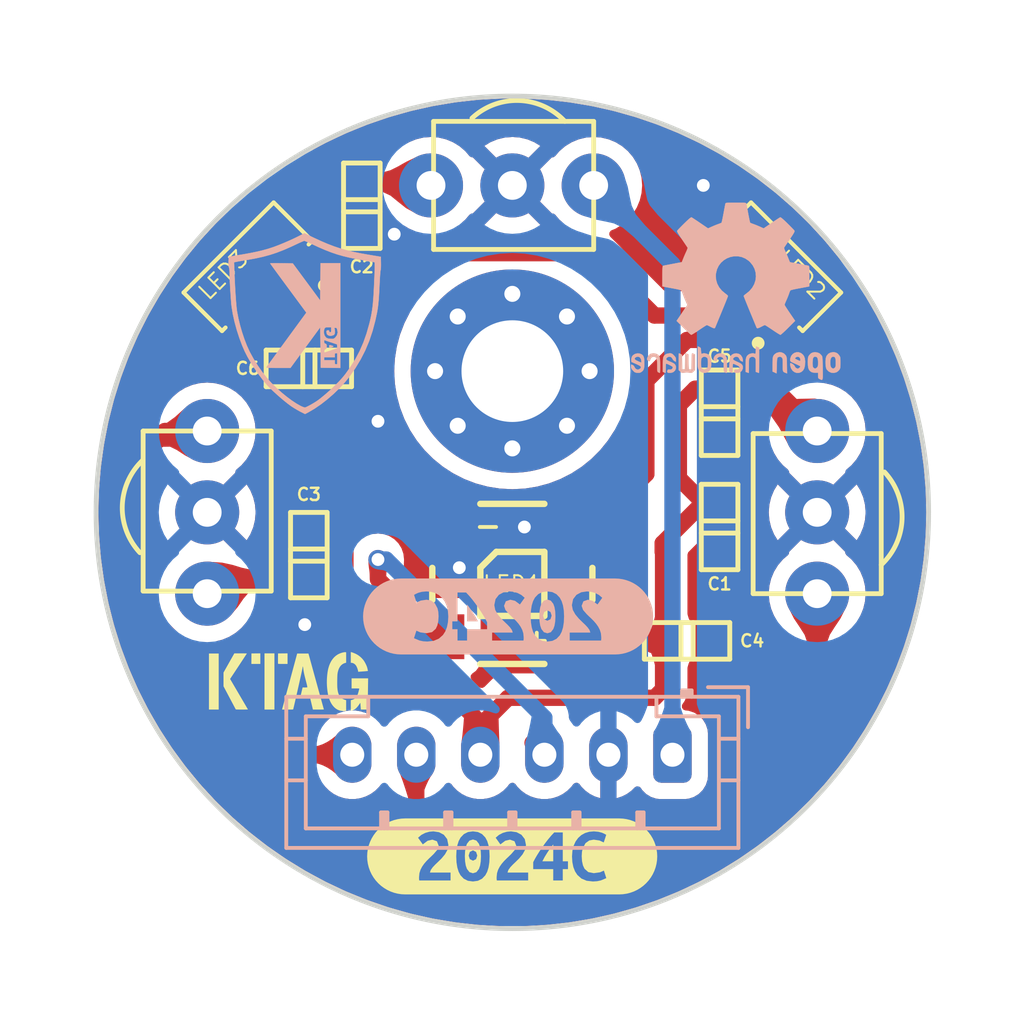
<source format=kicad_pcb>
(kicad_pcb
	(version 20241229)
	(generator "pcbnew")
	(generator_version "9.0")
	(general
		(thickness 1.6)
		(legacy_teardrops no)
	)
	(paper "USLetter")
	(title_block
		(title "KTag 2024C Receiver \"Light Brigade\"")
		(date "2024-09-01")
		(rev "2")
		(company "Club K")
		(comment 1 "Dubuque               Iowa               United States of America")
		(comment 3 "Copyright © 2024 Joseph P. Kearney")
	)
	(layers
		(0 "F.Cu" signal)
		(2 "B.Cu" signal)
		(9 "F.Adhes" user "F.Adhesive")
		(11 "B.Adhes" user "B.Adhesive")
		(13 "F.Paste" user)
		(15 "B.Paste" user)
		(5 "F.SilkS" user "F.Silkscreen")
		(7 "B.SilkS" user "B.Silkscreen")
		(1 "F.Mask" user)
		(3 "B.Mask" user)
		(17 "Dwgs.User" user "User.Drawings")
		(19 "Cmts.User" user "User.Comments")
		(21 "Eco1.User" user "User.Eco1")
		(23 "Eco2.User" user "User.Eco2")
		(25 "Edge.Cuts" user)
		(27 "Margin" user)
		(31 "F.CrtYd" user "F.Courtyard")
		(29 "B.CrtYd" user "B.Courtyard")
		(35 "F.Fab" user)
		(33 "B.Fab" user)
	)
	(setup
		(stackup
			(layer "F.SilkS"
				(type "Top Silk Screen")
			)
			(layer "F.Paste"
				(type "Top Solder Paste")
			)
			(layer "F.Mask"
				(type "Top Solder Mask")
				(thickness 0.01)
			)
			(layer "F.Cu"
				(type "copper")
				(thickness 0.035)
			)
			(layer "dielectric 1"
				(type "core")
				(thickness 1.51)
				(material "FR4")
				(epsilon_r 4.5)
				(loss_tangent 0.02)
			)
			(layer "B.Cu"
				(type "copper")
				(thickness 0.035)
			)
			(layer "B.Mask"
				(type "Bottom Solder Mask")
				(thickness 0.01)
			)
			(layer "B.Paste"
				(type "Bottom Solder Paste")
			)
			(layer "B.SilkS"
				(type "Bottom Silk Screen")
			)
			(copper_finish "None")
			(dielectric_constraints no)
		)
		(pad_to_mask_clearance 0)
		(allow_soldermask_bridges_in_footprints no)
		(tenting front back)
		(pcbplotparams
			(layerselection 0x00000000_00000000_55555555_575555ff)
			(plot_on_all_layers_selection 0x00000000_00000000_00000000_00000000)
			(disableapertmacros no)
			(usegerberextensions no)
			(usegerberattributes no)
			(usegerberadvancedattributes no)
			(creategerberjobfile no)
			(dashed_line_dash_ratio 12.000000)
			(dashed_line_gap_ratio 3.000000)
			(svgprecision 6)
			(plotframeref no)
			(mode 1)
			(useauxorigin no)
			(hpglpennumber 1)
			(hpglpenspeed 20)
			(hpglpendiameter 15.000000)
			(pdf_front_fp_property_popups yes)
			(pdf_back_fp_property_popups yes)
			(pdf_metadata yes)
			(pdf_single_document no)
			(dxfpolygonmode yes)
			(dxfimperialunits yes)
			(dxfusepcbnewfont yes)
			(psnegative no)
			(psa4output no)
			(plot_black_and_white yes)
			(sketchpadsonfab no)
			(plotpadnumbers no)
			(hidednponfab no)
			(sketchdnponfab yes)
			(crossoutdnponfab yes)
			(subtractmaskfromsilk yes)
			(outputformat 1)
			(mirror no)
			(drillshape 0)
			(scaleselection 1)
			(outputdirectory "Gerbers")
		)
	)
	(net 0 "")
	(net 1 "GND")
	(net 2 "+5V")
	(net 3 "IR_Rx_Forward")
	(net 4 "IR_Rx_Right")
	(net 5 "IR_Rx_Left")
	(net 6 "NeoPixel")
	(net 7 "Net-(LED1-DOUT)")
	(net 8 "Net-(LED2-DOUT)")
	(net 9 "unconnected-(LED3-DOUT-Pad3)")
	(footprint "KTag:WS2812B" (layer "F.Cu") (at 131.45 88.645 180))
	(footprint "KTag:KTag_Stencil_Tiny" (layer "F.Cu") (at 124.46 91.694))
	(footprint "KTag:C_0603" (layer "F.Cu") (at 137.922 86.868 -90))
	(footprint "KTag:C_0603" (layer "F.Cu") (at 126.75 76.835 -90))
	(footprint "KTag:C_0603" (layer "F.Cu") (at 125.095 87.745 90))
	(footprint "KTag:C_0603" (layer "F.Cu") (at 136.906 90.424))
	(footprint "KTag:TSOP34438" (layer "F.Cu") (at 121.92 86.41 -90))
	(footprint "KTag:TSOP34438" (layer "F.Cu") (at 140.97 86.41 90))
	(footprint "KTag:TSOP34438" (layer "F.Cu") (at 131.45 76.2 180))
	(footprint "kibuzzard-668B2F17" (layer "F.Cu") (at 131.445 97.155))
	(footprint "KTag:WS2812B-4020" (layer "F.Cu") (at 139.71 78.74 -45))
	(footprint "KTag:WS2812B-4020" (layer "F.Cu") (at 123.19 78.74 45))
	(footprint "KTag:C_0603" (layer "F.Cu") (at 137.922 83.3 -90))
	(footprint "KTag:C_0603" (layer "F.Cu") (at 125.095 81.915 180))
	(footprint "KTag:KTag Logo Front Silk Tiny" (layer "B.Cu") (at 124.968 80.518 180))
	(footprint "KTag:MTG_No4" (layer "B.Cu") (at 131.45 82))
	(footprint "Connector_JST:JST_PH_B6B-PH-K_1x06_P2.00mm_Vertical" (layer "B.Cu") (at 136.45 93.98 180))
	(footprint "kibuzzard-668B2F17" (layer "B.Cu") (at 131.318 89.662 180))
	(footprint "Symbol:OSHW-Logo2_7.3x6mm_SilkScreen" (layer "B.Cu") (at 138.43 79.5 180))
	(gr_circle
		(center 131.45 86.41)
		(end 144.45 86.41)
		(stroke
			(width 0.15)
			(type solid)
		)
		(fill no)
		(layer "Edge.Cuts")
		(uuid "00000000-0000-0000-0000-00005f88c1bd")
	)
	(segment
		(start 137.922 76.2)
		(end 137.414 76.2)
		(width 0.508)
		(layer "F.Cu")
		(net 1)
		(uuid "5900ad84-6a82-4a3c-9aba-7ac8f6ea9b26")
	)
	(segment
		(start 122.88948 80.242602)
		(end 124.345 81.698122)
		(width 0.508)
		(layer "F.Cu")
		(net 1)
		(uuid "7a5ce125-b4b2-4da7-8d84-6c9087465a75")
	)
	(segment
		(start 138.938 77.708878)
		(end 138.938 77.216)
		(width 0.508)
		(layer "F.Cu")
		(net 1)
		(uuid "8e36bc42-08da-4ca1-abac-5c720ffa4015")
	)
	(segment
		(start 138.938 77.216)
		(end 137.922 76.2)
		(width 0.508)
		(layer "F.Cu")
		(net 1)
		(uuid "9516b4ae-b5ab-421c-afae-9600ab3bfa98")
	)
	(segment
		(start 138.207398 78.43948)
		(end 138.938 77.708878)
		(width 0.508)
		(layer "F.Cu")
		(net 1)
		(uuid "b871d0be-4dde-4108-afb4-26d2b7df89cf")
	)
	(segment
		(start 124.345 81.698122)
		(end 124.345 81.915)
		(width 0.508)
		(layer "F.Cu")
		(net 1)
		(uuid "c28908ea-6c6d-489a-9f7e-51006a1de048")
	)
	(via
		(at 127.254 83.566)
		(size 0.6)
		(drill 0.4)
		(layers "F.Cu" "B.Cu")
		(free yes)
		(net 1)
		(uuid "030a0e16-5ae3-4126-945c-6f90384c27b9")
	)
	(via
		(at 137.414 76.2)
		(size 0.6)
		(drill 0.4)
		(layers "F.Cu" "B.Cu")
		(net 1)
		(uuid "15198202-ade2-4058-b8e1-6c35b1b214f2")
	)
	(via
		(at 127.762 77.724)
		(size 0.6)
		(drill 0.4)
		(layers "F.Cu" "B.Cu")
		(free yes)
		(teardrops
			(best_length_ratio 0.5)
			(max_length 1)
			(best_width_ratio 1)
			(max_width 2)
			(curved_edges yes)
			(filter_ratio 0.9)
			(enabled yes)
			(allow_two_segments yes)
			(prefer_zone_connections yes)
		)
		(net 1)
		(uuid "3230dbfb-2028-48fd-8c95-7d17ba620ef3")
	)
	(via
		(at 131.826 86.868)
		(size 0.6)
		(drill 0.4)
		(layers "F.Cu" "B.Cu")
		(free yes)
		(net 1)
		(uuid "4e984444-46be-447c-ad72-dbff318c2b0a")
	)
	(via
		(at 129.794 88.138)
		(size 0.6)
		(drill 0.4)
		(layers "F.Cu" "B.Cu")
		(free yes)
		(teardrops
			(best_length_ratio 0.5)
			(max_length 1)
			(best_width_ratio 1)
			(max_width 2)
			(curved_edges yes)
			(filter_ratio 0.9)
			(enabled yes)
			(allow_two_segments yes)
			(prefer_zone_connections yes)
		)
		(net 1)
		(uuid "8b1f111c-3d7b-43d1-9072-be17a6c73d4d")
	)
	(via
		(at 124.968 89.916)
		(size 0.6)
		(drill 0.4)
		(layers "F.Cu" "B.Cu")
		(free yes)
		(net 1)
		(uuid "a0ab8068-dfbc-4b9d-b217-3b829dc64991")
	)
	(segment
		(start 124.091561 79.04052)
		(end 125.845 80.793959)
		(width 0.508)
		(layer "F.Cu")
		(net 2)
		(uuid "0ed082e4-f546-42cf-8a9e-9d8e2c07b230")
	)
	(segment
		(start 125.095 88.495)
		(end 122.375 88.495)
		(width 0.508)
		(layer "F.Cu")
		(net 2)
		(uuid "1408df1e-8c79-4865-be8b-900cf745c1d3")
	)
	(segment
		(start 137.922 82.55)
		(end 137.16 82.55)
		(width 0.508)
		(layer "F.Cu")
		(net 2)
		(uuid "1ca30c6a-b88f-40fe-907a-96a2628e35f9")
	)
	(segment
		(start 141.478 80.722)
		(end 141.478 79.756)
		(width 0.508)
		(layer "F.Cu")
		(net 2)
		(uuid "1db2fdf8-2e7f-439a-a1a8-fa8f2d097f4c")
	)
	(segment
		(start 137.402 86.118)
		(end 137.922 86.118)
		(width 0.508)
		(layer "F.Cu")
		(net 2)
		(uuid "1de92f05-b263-4fd5-b291-cfff2a658360")
	)
	(segment
		(start 124.091561 79.04052)
		(end 123.444 78.392959)
		(width 0.508)
		(layer "F.Cu")
		(net 2)
		(uuid "1e76821f-a589-497f-a464-53a8e804fa10")
	)
	(segment
		(start 140.057041 78.994)
		(end 139.40948 79.641561)
		(width 0.508)
		(layer "F.Cu")
		(net 2)
		(uuid "2658b268-8bb8-4260-b0fa-e8283b93e67e")
	)
	(segment
		(start 123.444 78.392959)
		(end 123.444 77.47)
		(width 0.508)
		(layer "F.Cu")
		(net 2)
		(uuid "2b529fc2-d4ec-457b-b68f-0118a3b4cf1c")
	)
	(segment
		(start 125.845 81.915)
		(end 125.845 84.951)
		(width 0.508)
		(layer "F.Cu")
		(net 2)
		(uuid "2e7fb1cf-12f9-4f94-b268-562307487b7b")
	)
	(segment
		(start 141.478 79.756)
		(end 140.716 78.994)
		(width 0.508)
		(layer "F.Cu")
		(net 2)
		(uuid "34257a43-50b5-49fc-958b-bb697bec65ee")
	)
	(segment
		(start 126.238 85.344)
		(end 126.238 88.646)
		(width 0.508)
		(layer "F.Cu")
		(net 2)
		(uuid "351a8f82-5a6a-44e5-b8e2-d12d10e93446")
	)
	(segment
		(start 127.635 92.075)
		(end 126.238 90.678)
		(width 0.508)
		(layer "F.Cu")
		(net 2)
		(uuid "397cd789-45d5-46b1-a5bf-b42af1f645a9")
	)
	(segment
		(start 130.45 93.98)
		(end 130.45 92.985)
		(width 0.508)
		(layer "F.Cu")
		(net 2)
		(uuid "3a7c52bc-7c51-4d42-91ab-d8d861dc1ef2")
	)
	(segment
		(start 129.54 92.075)
		(end 127.635 92.075)
		(width 0.508)
		(layer "F.Cu")
		(net 2)
		(uuid "3b373d08-ac9e-4bf4-a57b-b7d07bc277a1")
	)
	(segment
		(start 126.238 88.646)
		(end 126.238 90.678)
		(width 0.508)
		(layer "F.Cu")
		(net 2)
		(uuid "4478e051-1fe7-48e4-8c16-e7ea3e1d55e0")
	)
	(segment
		(start 139.65 82.55)
		(end 137.922 82.55)
		(width 0.508)
		(layer "F.Cu")
		(net 2)
		(uuid "491614da-de0c-4dd3-985c-a3e090f5fba4")
	)
	(segment
		(start 122.375 88.495)
		(end 121.92 88.95)
		(width 0.508)
		(layer "F.Cu")
		(net 2)
		(uuid "536409b0-bc0c-4cd5-9b04-a5a156cd3000")
	)
	(segment
		(start 140.97 83.87)
		(end 139.65 82.55)
		(width 0.508)
		(layer "F.Cu")
		(net 2)
		(uuid "5778669d-3bbf-48b9-9561-d9ef254b309e")
	)
	(segment
		(start 136.156 90.424)
		(end 136.156 91.936)
		(width 0.508)
		(layer "F.Cu")
		(net 2)
		(uuid "58547bae-f02d-46f8-a426-5cd54f121921")
	)
	(segment
		(start 136.156 90.424)
		(end 133.979 90.424)
		(width 0.508)
		(layer "F.Cu")
		(net 2)
		(uuid "628e4d78-6615-48b8-9850-f45c747051fb")
	)
	(segment
		(start 140.716 78.994)
		(end 140.057041 78.994)
		(width 0.508)
		(layer "F.Cu")
		(net 2)
		(uuid "6b19d3a5-84fb-4dd1-b25b-4e71b7e52423")
	)
	(segment
		(start 133.979 90.424)
		(end 133.85 90.295)
		(width 0.508)
		(layer "F.Cu")
		(net 2)
		(uuid "6fc8ed21-6973-48bb-9c17-e912bf692054")
	)
	(segment
		(start 137.426 86.118)
		(end 137.922 86.118)
		(width 0.508)
		(layer "F.Cu")
		(net 2)
		(uuid "74e78dfc-71b0-43bd-82f8-78d192b09887")
	)
	(segment
		(start 136.144 87.63)
		(end 136.156 87.642)
		(width 0.508)
		(layer "F.Cu")
		(net 2)
		(uuid "7af20e20-9ab3-401c-aa8d-cad97164f279")
	)
	(segment
		(start 125.095 88.495)
		(end 126.087 88.495)
		(width 0.508)
		(layer "F.Cu")
		(net 2)
		(uuid "7f949d36-17ed-4848-8af0-1eb4012d76ef")
	)
	(segment
		(start 125.845 84.951)
		(end 126.238 85.344)
		(width 0.508)
		(layer "F.Cu")
		(net 2)
		(uuid "9685e3f3-34bf-460c-90fa-cbd8488cff06")
	)
	(segment
		(start 126.087 88.495)
		(end 126.238 88.646)
		(width 0.508)
		(layer "F.Cu")
		(net 2)
		(uuid "aa022e97-afaf-4aa5-b302-ca44564fbb70")
	)
	(segment
		(start 137.16 82.55)
		(end 136.652 83.058)
		(width 0.508)
		(layer "F.Cu")
		(net 2)
		(uuid "abe32999-d876-4e55-babd-9099b44305f2")
	)
	(segment
		(start 136.652 83.058)
		(end 136.652 85.344)
		(width 0.508)
		(layer "F.Cu")
		(net 2)
		(uuid "afd450cc-30f9-4fee-a8a2-231763234591")
	)
	(segment
		(start 123.444 77.47)
		(end 124.829 76.085)
		(width 0.508)
		(layer "F.Cu")
		(net 2)
		(uuid "b2b61fb2-be3a-4bc1-8af1-c0bffa5e717f")
	)
	(segment
		(start 125.845 80.793959)
		(end 125.845 81.915)
		(width 0.508)
		(layer "F.Cu")
		(net 2)
		(uuid "b390bc3b-4ae4-482c-b45f-5da3bd994727")
	)
	(segment
		(start 130.45 92.985)
		(end 129.54 92.075)
		(width 0.508)
		(layer "F.Cu")
		(net 2)
		(uuid "b5c1eded-c789-4c43-9737-98ca46d9c8ce")
	)
	(segment
		(start 139.65 82.55)
		(end 141.478 80.722)
		(width 0.508)
		(layer "F.Cu")
		(net 2)
		(uuid "b66356e1-1f8f-441f-be4c-15f3f1c3f206")
	)
	(segment
		(start 136.144 87.376)
		(end 136.144 87.63)
		(width 0.508)
		(layer "F.Cu")
		(net 2)
		(uuid "b97f4356-2a49-4418-bf67-3b27427c5811")
	)
	(segment
		(start 136.144 87.376)
		(end 137.402 86.118)
		(width 0.508)
		(layer "F.Cu")
		(net 2)
		(uuid "c08518b0-37e4-4a1e-86b3-33c80662996d")
	)
	(segment
		(start 136.156 87.642)
		(end 136.156 90.424)
		(width 0.508)
		(layer "F.Cu")
		(net 2)
		(uuid "c3e2b8c4-4f63-435d-848f-ebbaab578399")
	)
	(segment
		(start 131.318 92.202)
		(end 130.45 93.07)
		(width 0.508)
		(layer "F.Cu")
		(net 2)
		(uuid "cdc215b0-02b5-4b5b-929b-60130c6c3dc1")
	)
	(segment
		(start 128.795 76.085)
		(end 128.91 76.2)
		(width 0.508)
		(layer "F.Cu")
		(net 2)
		(uuid "df3a0609-069f-4340-bb58-252790713058")
	)
	(segment
		(start 130.45 93.07)
		(end 130.45 93.98)
		(width 0.508)
		(layer "F.Cu")
		(net 2)
		(uuid "e07ae2ca-2be9-452b-9ffe-793c88e5e0cb")
	)
	(segment
		(start 136.652 85.344)
		(end 137.426 86.118)
		(width 0.508)
		(layer "F.Cu")
		(net 2)
		(uuid "eae83ea8-9e1d-4c07-9631-0327e10d33c7")
	)
	(segment
		(start 124.829 76.085)
		(end 126.75 76.085)
		(width 0.508)
		(layer "F.Cu")
		(net 2)
		(uuid "eb8f3e96-cfba-4f81-ba23-e26a0bc013a5")
	)
	(segment
		(start 126.75 76.085)
		(end 128.795 76.085)
		(width 0.508)
		(layer "F.Cu")
		(net 2)
		(uuid "f187850b-629f-4215-8a13-0157502e419f")
	)
	(segment
		(start 135.89 92.202)
		(end 131.318 92.202)
		(width 0.508)
		(layer "F.Cu")
		(net 2)
		(uuid "f2743b00-991b-4874-bf28-2f97b33d9f7b")
	)
	(segment
		(start 136.156 91.936)
		(end 135.89 92.202)
		(width 0.508)
		(layer "F.Cu")
		(net 2)
		(uuid "f79c68f4-300f-49f0-9ef0-2a91fb7b5bc3")
	)
	(segment
		(start 133.99 76.2)
		(end 136.45 78.66)
		(width 0.508)
		(layer "B.Cu")
		(net 3)
		(uuid "4c3a7e60-e50d-4b2d-b6de-6b565b2bc577")
	)
	(segment
		(start 136.45 78.66)
		(end 136.45 93.98)
		(width 0.508)
		(layer "B.Cu")
		(net 3)
		(uuid "650cb265-3b64-4274-bf83-51a55dbd8448")
	)
	(segment
		(start 137.668 96.52)
		(end 140.97 93.218)
		(width 0.508)
		(layer "F.Cu")
		(net 4)
		(uuid "27ab7608-9d32-4d8d-af03-e40124190e58")
	)
	(segment
		(start 128.45 95.43)
		(end 129.54 96.52)
		(width 0.508)
		(layer "F.Cu")
		(net 4)
		(uuid "5476b146-2116-40ad-b1ea-d6650f095856")
	)
	(segment
		(start 128.45 93.98)
		(end 128.45 95.43)
		(width 0.508)
		(layer "F.Cu")
		(net 4)
		(uuid "86ff02ba-9ef7-4475-aaf1-1264d902f183")
	)
	(segment
		(start 140.97 93.218)
		(end 140.97 88.95)
		(width 0.508)
		(layer "F.Cu")
		(net 4)
		(uuid "c4e38faf-46d6-48bc-8ba8-9083533a701a")
	)
	(segment
		(start 129.54 96.52)
		(end 137.668 96.52)
		(width 0.508)
		(layer "F.Cu")
		(net 4)
		(uuid "f6279a90-969c-4cdb-8e1d-b52ab6545c5e")
	)
	(segment
		(start 120.015 84.455)
		(end 120.015 89.535)
		(width 0.508)
		(layer "F.Cu")
		(net 5)
		(uuid "2f7ae770-7b84-4c13-89a5-b7bae8e11bb7")
	)
	(segment
		(start 120.6 83.87)
		(end 120.015 84.455)
		(width 0.508)
		(layer "F.Cu")
		(net 5)
		(uuid "55e4ddbe-3713-4440-812a-b9d11812621e")
	)
	(segment
		(start 124.46 93.98)
		(end 126.45 93.98)
		(width 0.508)
		(layer "F.Cu")
		(net 5)
		(uuid "645bdcc2-0ae0-4aa5-b305-0e75af012ad2")
	)
	(segment
		(start 120.015 89.535)
		(end 124.46 93.98)
		(width 0.508)
		(layer "F.Cu")
		(net 5)
		(uuid "6bd25ad9-ecdd-4987-be32-074e34e67a38")
	)
	(segment
		(start 121.92 83.87)
		(end 120.6 83.87)
		(width 0.508)
		(layer "F.Cu")
		(net 5)
		(uuid "b7e5cc0d-0ab1-465e-bd1c-c28049321922")
	)
	(segment
		(start 132.08 93.61)
		(end 132.45 93.98)
		(width 0.508)
		(layer "F.Cu")
		(net 6)
		(uuid "828f98b3-2b5f-41af-bd86-04b64855c37e")
	)
	(segment
		(start 128.921 90.424)
		(end 129.05 90.295)
		(width 0.508)
		(layer "F.Cu")
		(net 6)
		(uuid "bf14ba50-2b56-4811-90fb-5a0b76da4d62")
	)
	(segment
		(start 127.254 88.499)
		(end 129.05 90.295)
		(width 0.508)
		(layer "F.Cu")
		(net 6)
		(uuid "d340ff57-3cce-4b62-857d-0967140d0c45")
	)
	(segment
		(start 127.254 87.884)
		(end 127.254 88.499)
		(width 0.508)
		(layer "F.Cu")
		(net 6)
		(uuid "fd1ff787-96a6-4e4c-b86f-1b58000feb72")
	)
	(via
		(at 127.254 87.884)
		(size 0.6)
		(drill 0.4)
		(layers "F.Cu" "B.Cu")
		(teardrops
			(best_length_ratio 0.5)
			(max_length 1)
			(best_width_ratio 1)
			(max_width 2)
			(curved_edges yes)
			(filter_ratio 0.9)
			(enabled yes)
			(allow_two_segments yes)
			(prefer_zone_connections yes)
		)
		(net 6)
		(uuid "956de474-1575-4b8f-b206-5a0955c5878c")
	)
	(segment
		(start 132.45 92.826)
		(end 132.45 93.98)
		(width 0.508)
		(layer "B.Cu")
		(net 6)
		(uuid "8a19ddaa-7f68-422c-b087-a60d1ccf8588")
	)
	(segment
		(start 127.254 87.884)
		(end 127.508 87.884)
		(width 0.508)
		(layer "B.Cu")
		(net 6)
		(uuid "9191f9f1-b838-431f-8a13-94bd7bd73871")
	)
	(segment
		(start 127.508 87.884)
		(end 132.45 92.826)
		(width 0.508)
		(layer "B.Cu")
		(net 6)
		(uuid "d98f20b9-9977-4630-98c6-ff66a92130fb")
	)
	(segment
		(start 135.636 85.209)
		(end 133.85 86.995)
		(width 0.508)
		(layer "F.Cu")
		(net 7)
		(uuid "4367c826-b9c8-4f62-9bd5-06c7ef15dc26")
	)
	(segment
		(start 140.01052 80.242602)
		(end 139.227122 81.026)
		(width 0.508)
		(layer "F.Cu")
		(net 7)
		(uuid "57692c9d-ce64-4c54-9496-675ddf656616")
	)
	(segment
		(start 139.227122 81.026)
		(end 136.906 81.026)
		(width 0.508)
		(layer "F.Cu")
		(net 7)
		(uuid "6e428031-164d-479a-b374-3dd7e2f7b70b")
	)
	(segment
		(start 135.636 82.296)
		(end 135.636 85.209)
		(width 0.508)
		(layer "F.Cu")
		(net 7)
		(uuid "c06410e5-f036-4a96-9a98-ae9abfd4e599")
	)
	(segment
		(start 136.906 81.026)
		(end 135.636 82.296)
		(width 0.508)
		(layer "F.Cu")
		(net 7)
		(uuid "c669c05f-cf14-4144-a86c-a5393f94df5b")
	)
	(segment
		(start 128.947 78.317)
		(end 133.943 78.317)
		(width 0.508)
		(layer "F.Cu")
		(net 8)
		(uuid "0ad7afb0-d607-49c9-bd3d-20bccf664765")
	)
	(segment
		(start 133.943 78.317)
		(end 135.89 80.264)
		(width 0.508)
		(layer "F.Cu")
		(net 8)
		(uuid "19c4a438-6067-4484-acd0-4d78c666b568")
	)
	(segment
		(start 135.89 80.264)
		(end 137.584959 80.264)
		(width 0.508)
		(layer "F.Cu")
		(net 8)
		(uuid "34a45ad2-42f1-43d1-bf80-0dbdea171c86")
	)
	(segment
		(start 137.584959 80.264)
		(end 138.808439 79.04052)
		(width 0.508)
		(layer "F.Cu")
		(net 8)
		(uuid "42aa33ca-5425-487a-846d-4b2ac1f9b513")
	)
	(segment
		(start 125.501122 79.248)
		(end 128.016 79.248)
		(width 0.508)
		(layer "F.Cu")
		(net 8)
		(uuid "67242876-e46b-45c3-a0a5-7bf25dbe9dbf")
	)
	(segment
		(start 128.016 79.248)
		(end 128.947 78.317)
		(width 0.508)
		(layer "F.Cu")
		(net 8)
		(uuid "72db52c7-e79b-4530-9105-cdb52144699b")
	)
	(segment
		(start 124.692602 78.43948)
		(end 125.501122 79.248)
		(width 0.508)
		(layer "F.Cu")
		(net 8)
		(uuid "f24985d5-1abd-4327-adcd-51285179d40c")
	)
	(zone
		(net 1)
		(net_name "GND")
		(layer "F.Cu")
		(uuid "00000000-0000-0000-0000-00005f88c230")
		(hatch edge 0.508)
		(connect_pads thru_hole_only
			(clearance 0.508)
		)
		(min_thickness 0.254)
		(filled_areas_thickness no)
		(fill yes
			(thermal_gap 0.508)
			(thermal_bridge_width 0.508)
		)
		(polygon
			(pts
				(xy 147.45 102.41) (xy 115.45 102.41) (xy 115.45 70.41) (xy 147.45 70.41)
			)
		)
		(filled_polygon
			(layer "F.Cu")
			(pts
				(xy 122.656104 77.043169) (xy 122.712348 77.086495) (xy 122.73624 77.153351) (xy 122.726858 77.208825)
				(xy 122.710805 77.247579) (xy 122.710803 77.247585) (xy 122.6815 77.394896) (xy 122.6815 78.468062)
				(xy 122.710803 78.61537) (xy 122.710804 78.615376) (xy 122.727655 78.656058) (xy 122.735244 78.726648)
				(xy 122.703464 78.790135) (xy 122.700342 78.79337) (xy 122.488457 79.005256) (xy 122.488449 79.005265)
				(xy 122.450232 79.05269) (xy 122.450232 79.052691) (xy 122.389489 79.1857) (xy 122.36868 79.330434)
				(xy 122.389489 79.475168) (xy 122.450232 79.608177) (xy 122.488452 79.655606) (xy 122.488457 79.655611)
				(xy 122.488466 79.655621) (xy 123.476459 80.643614) (xy 123.476468 80.643622) (xy 123.476475 80.643629)
				(xy 123.523904 80.681849) (xy 123.656913 80.742592) (xy 123.801647 80.763401) (xy 123.946381 80.742592)
				(xy 124.07939 80.681849) (xy 124.126819 80.643629) (xy 124.282482 80.487965) (xy 124.344791 80.453942)
				(xy 124.415607 80.459006) (xy 124.46067 80.487967) (xy 125.023126 81.050423) (xy 125.057152 81.112735)
				(xy 125.054909 81.175078) (xy 125.052314 81.183899) (xy 125.051348 81.187032) (xy 125.040614 81.220297)
				(xy 125.021572 81.257111) (xy 124.99411 81.293797) (xy 124.943011 81.430795) (xy 124.943009 81.430803)
				(xy 124.9365 81.49135) (xy 124.9365 82.338649) (xy 124.943009 82.399196) (xy 124.943011 82.399204)
				(xy 124.99411 82.536202) (xy 125.021572 82.572889) (xy 125.040613 82.609701) (xy 125.051347 82.642964)
				(xy 125.052314 82.646099) (xy 125.072185 82.713645) (xy 125.072939 82.716318) (xy 125.078132 82.735524)
				(xy 125.0825 82.768411) (xy 125.0825 85.026103) (xy 125.094239 85.085114) (xy 125.105624 85.142351)
				(xy 125.111803 85.173413) (xy 125.169282 85.312179) (xy 125.252727 85.437065) (xy 125.438596 85.622934)
				(xy 125.47262 85.685244) (xy 125.4755 85.712028) (xy 125.4755 87.4605) (xy 125.455498 87.528621)
				(xy 125.401842 87.575114) (xy 125.3495 87.5865) (xy 124.67135 87.5865) (xy 124.610803 87.593009)
				(xy 124.610795 87.593011) (xy 124.473797 87.64411) (xy 124.473792 87.644112) (xy 124.402477 87.697499)
				(xy 124.365558 87.716576) (xy 124.36461 87.716881) (xy 124.353784 87.719839) (xy 124.336139 87.723825)
				(xy 124.324505 87.725885) (xy 124.289477 87.730406) (xy 124.284962 87.731088) (xy 124.266153 87.7325)
				(xy 123.852887 87.7325) (xy 123.826953 87.729802) (xy 123.817724 87.72786) (xy 123.408806 87.701438)
				(xy 123.389893 87.698765) (xy 123.171073 87.65069) (xy 123.171054 87.650685) (xy 123.171054 87.650686)
				(xy 123.133987 87.642542) (xy 123.124201 87.639976) (xy 122.999151 87.60176) (xy 122.86738 87.56149)
				(xy 122.864799 87.560758) (xy 122.847207 87.555771) (xy 122.846357 87.555549) (xy 122.835826 87.553016)
				(xy 122.826589 87.550795) (xy 122.802894 87.545588) (xy 122.802891 87.545588) (xy 122.802886 87.545587)
				(xy 122.802877 87.545585) (xy 122.70238 87.523505) (xy 122.640325 87.489536) (xy 122.004123 86.853333)
				(xy 122.093694 86.829333) (xy 122.196306 86.77009) (xy 122.28009 86.686306) (xy 122.339333 86.583694)
				(xy 122.363333 86.494122) (xy 123.153102 87.283891) (xy 123.153102 87.28389) (xy 123.267791 87.096738)
				(xy 123.358628 86.877437) (xy 123.414039 86.646632) (xy 123.432662 86.41) (xy 123.414039 86.173367)
				(xy 123.358628 85.942562) (xy 123.267791 85.723261) (xy 123.153102 85.536108) (xy 123.153101 85.536107)
				(xy 122.363333 86.325875) (xy 122.339333 86.236306) (xy 122.28009 86.133694) (xy 122.196306 86.04991)
				(xy 122.093694 85.990667) (xy 122.004123 85.966666) (xy 122.795206 85.175581) (xy 122.806195 85.110696)
				(xy 122.837631 85.070077) (xy 122.989969 84.939969) (xy 123.144176 84.759416) (xy 123.26824 84.556963)
				(xy 123.359105 84.337594) (xy 123.414535 84.106711) (xy 123.433165 83.87) (xy 123.414535 83.633289)
				(xy 123.359105 83.402406) (xy 123.26824 83.183037) (xy 123.144176 82.980584) (xy 123.072425 82.896574)
				(xy 122.989969 82.80003) (xy 122.809419 82.645826) (xy 122.809417 82.645825) (xy 122.809416 82.645824)
				(xy 122.606963 82.52176) (xy 122.533127 82.491176) (xy 122.387592 82.430894) (xy 122.229651 82.392976)
				(xy 122.156711 82.375465) (xy 121.92 82.356835) (xy 121.683289 82.375465) (xy 121.452407 82.430894)
				(xy 121.233038 82.521759) (xy 121.030585 82.645823) (xy 120.87493 82.778764) (xy 120.863649 82.78735)
				(xy 120.859571 82.790105) (xy 120.597078 83.028306) (xy 120.585896 83.037346) (xy 120.49629 83.101688)
				(xy 120.447383 83.122918) (xy 120.377592 83.136801) (xy 120.377584 83.136804) (xy 120.23882 83.194282)
				(xy 120.113935 83.277726) (xy 119.663844 83.727816) (xy 119.659424 83.732027) (xy 119.603556 83.782726)
				(xy 119.593546 83.792056) (xy 119.59315 83.792435) (xy 119.548414 83.841159) (xy 119.54787 83.841892)
				(xy 119.535852 83.855808) (xy 119.422726 83.968934) (xy 119.366079 84.053716) (xy 119.339282 84.09382)
				(xy 119.281804 84.232584) (xy 119.281803 84.232585) (xy 119.2525 84.379896) (xy 119.2525 84.3799)
				(xy 119.2525 89.6101) (xy 119.272613 89.711212) (xy 119.281803 89.757413) (xy 119.339282 89.896179)
				(xy 119.397496 89.983303) (xy 119.422727 90.021065) (xy 119.42273 90.021069) (xy 122.83284 93.431177)
				(xy 123.867728 94.466065) (xy 123.973935 94.572272) (xy 124.098821 94.655718) (xy 124.237587 94.713197)
				(xy 124.3849 94.7425) (xy 125.161982 94.7425) (xy 125.186497 94.744908) (xy 125.246157 94.756742)
				(xy 125.262964 94.761302) (xy 125.322467 94.781958) (xy 125.337126 94.78811) (xy 125.40826 94.82339)
				(xy 125.42055 94.83037) (xy 125.50349 94.883842) (xy 125.513532 94.891037) (xy 125.567088 94.933534)
				(xy 125.590703 94.958173) (xy 125.604482 94.977139) (xy 125.727855 95.100512) (xy 125.727858 95.100514)
				(xy 125.727861 95.100517) (xy 125.869019 95.203074) (xy 126.024484 95.282288) (xy 126.190426 95.336205)
				(xy 126.362759 95.3635) (xy 126.362762 95.3635) (xy 126.537238 95.3635) (xy 126.537241 95.3635)
				(xy 126.709574 95.336205) (xy 126.875516 95.282288) (xy 127.030981 95.203074) (xy 127.172139 95.100517)
				(xy 127.295517 94.977139) (xy 127.321609 94.941225) (xy 127.377831 94.897872) (xy 127.448567 94.891797)
				(xy 127.511359 94.924928) (xy 127.541879 94.972009) (xy 127.543689 94.976958) (xy 127.544811 94.980158)
				(xy 127.623353 95.214259) (xy 127.624233 95.216986) (xy 127.68186 95.40305) (xy 127.6875 95.440324)
				(xy 127.6875 95.505103) (xy 127.705372 95.594949) (xy 127.71133 95.624899) (xy 127.716803 95.652413)
				(xy 127.716804 95.652415) (xy 127.774282 95.791179) (xy 127.857727 95.916065) (xy 127.85773 95.916069)
				(xy 129.05393 97.112269) (xy 129.053934 97.112272) (xy 129.053935 97.112273) (xy 129.178821 97.195718)
				(xy 129.317587 97.253197) (xy 129.4649 97.2825) (xy 137.7431 97.2825) (xy 137.890413 97.253197)
				(xy 138.029179 97.195718) (xy 138.154065 97.112273) (xy 141.562273 93.704065) (xy 141.645718 93.579179)
				(xy 141.703197 93.440413) (xy 141.703645 93.438161) (xy 141.705035 93.431177) (xy 141.732499 93.293103)
				(xy 141.7325 93.2931) (xy 141.7325 91.015779) (xy 141.735832 90.986992) (xy 141.736465 90.984296)
				(xy 141.765935 90.649075) (xy 141.772663 90.618096) (xy 141.775584 90.609839) (xy 141.823246 90.475095)
				(xy 141.835669 90.449567) (xy 141.942605 90.281209) (xy 141.94429 90.278627) (xy 142.121736 90.013876)
				(xy 142.138757 89.98668) (xy 142.139493 89.985418) (xy 142.154766 89.957245) (xy 142.301616 89.66494)
				(xy 142.306748 89.655714) (xy 142.31824 89.636963) (xy 142.328545 89.612084) (xy 142.332357 89.603749)
				(xy 142.347084 89.574438) (xy 142.355184 89.557554) (xy 142.355534 89.556789) (xy 142.381139 89.488317)
				(xy 142.381139 89.488316) (xy 142.381334 89.487795) (xy 142.386718 89.471638) (xy 142.409105 89.417594)
				(xy 142.464535 89.186711) (xy 142.483165 88.95) (xy 142.464535 88.713289) (xy 142.409105 88.482406)
				(xy 142.31824 88.263037) (xy 142.194176 88.060584) (xy 142.184361 88.049092) (xy 142.039969 87.88003)
				(xy 141.887636 87.749926) (xy 141.848826 87.690476) (xy 141.844748 87.643959) (xy 141.054123 86.853333)
				(xy 141.143694 86.829333) (xy 141.246306 86.77009) (xy 141.33009 86.686306) (xy 141.389333 86.583694)
				(xy 141.413333 86.494123) (xy 142.203102 87.283891) (xy 142.203102 87.28389) (xy 142.317791 87.096738)
				(xy 142.408628 86.877437) (xy 142.464039 86.646632) (xy 142.482662 86.41) (xy 142.464039 86.173367)
				(xy 142.408628 85.942562) (xy 142.317791 85.723261) (xy 142.203102 85.536108) (xy 142.203101 85.536107)
				(xy 141.413333 86.325874) (xy 141.389333 86.236306) (xy 141.33009 86.133694) (xy 141.246306 86.04991)
				(xy 141.143694 85.990667) (xy 141.054122 85.966666) (xy 141.845206 85.175581) (xy 141.856195 85.110696)
				(xy 141.887631 85.070077) (xy 142.039969 84.939969) (xy 142.194176 84.759416) (xy 142.31824 84.556963)
				(xy 142.409105 84.337594) (xy 142.464535 84.106711) (xy 142.483165 83.87) (xy 142.464535 83.633289)
				(xy 142.409105 83.402406) (xy 142.31824 83.183037) (xy 142.194176 82.980584) (xy 142.122425 82.896574)
				(xy 142.039969 82.80003) (xy 141.859419 82.645826) (xy 141.859417 82.645825) (xy 141.859416 82.645824)
				(xy 141.656963 82.52176) (xy 141.583115 82.491171) (xy 141.578198 82.48901) (xy 141.575807 82.487897)
				(xy 141.575212 82.487689) (xy 141.568711 82.485204) (xy 141.437594 82.430895) (xy 141.43759 82.430894)
				(xy 141.206711 82.375465) (xy 141.206706 82.375464) (xy 141.206704 82.375464) (xy 141.197507 82.37474)
				(xy 141.131166 82.349453) (xy 141.089028 82.292314) (xy 141.084471 82.221464) (xy 141.118298 82.160037)
				(xy 142.070272 81.208065) (xy 142.153718 81.083179) (xy 142.211197 80.944413) (xy 142.218954 80.905416)
				(xy 142.2405 80.7971) (xy 142.2405 79.730747) (xy 142.260502 79.662626) (xy 142.314158 79.616133)
				(xy 142.384432 79.606029) (xy 142.449012 79.635523) (xy 142.475619 79.667747) (xy 142.81502 80.255609)
				(xy 142.818325 80.261716) (xy 143.136796 80.891031) (xy 143.139759 80.89731) (xy 143.423079 81.543213)
				(xy 143.425692 81.549647) (xy 143.672993 82.21016) (xy 143.675248 82.216727) (xy 143.885798 82.889892)
				(xy 143.887687 82.896574) 
... [107162 chars truncated]
</source>
